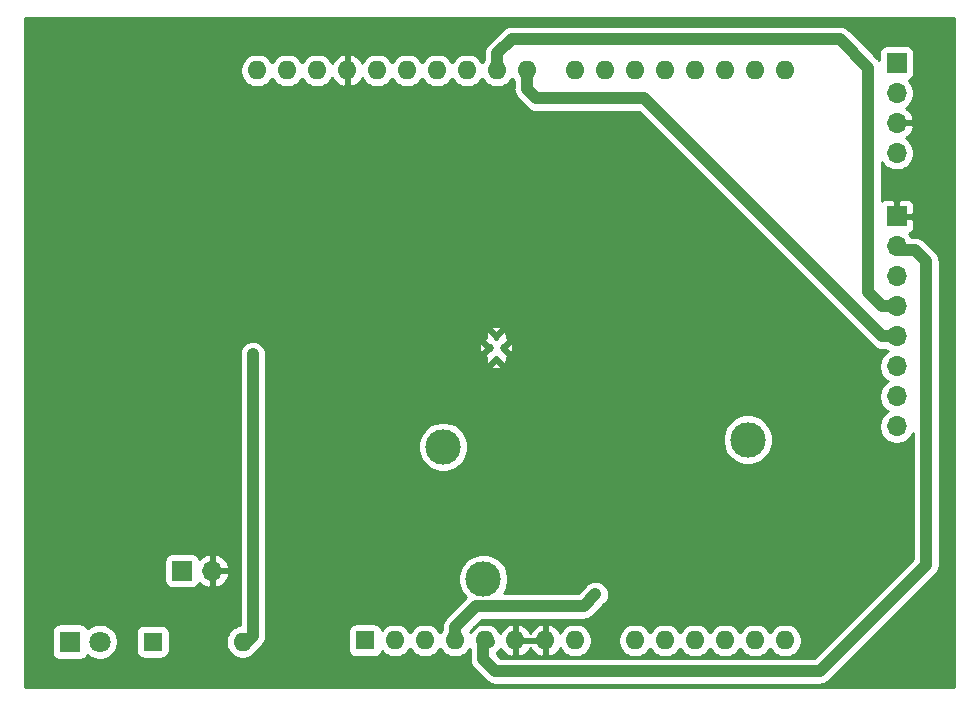
<source format=gbr>
G04 #@! TF.GenerationSoftware,KiCad,Pcbnew,(5.1.5)-3*
G04 #@! TF.CreationDate,2020-12-11T17:28:03+02:00*
G04 #@! TF.ProjectId,led_02,6c65645f-3032-42e6-9b69-6361645f7063,rev?*
G04 #@! TF.SameCoordinates,Original*
G04 #@! TF.FileFunction,Copper,L2,Bot*
G04 #@! TF.FilePolarity,Positive*
%FSLAX46Y46*%
G04 Gerber Fmt 4.6, Leading zero omitted, Abs format (unit mm)*
G04 Created by KiCad (PCBNEW (5.1.5)-3) date 2020-12-11 17:28:03*
%MOMM*%
%LPD*%
G04 APERTURE LIST*
%ADD10O,1.600000X1.600000*%
%ADD11R,1.600000X1.600000*%
%ADD12R,1.700000X1.700000*%
%ADD13O,1.700000X1.700000*%
%ADD14R,1.800000X1.800000*%
%ADD15C,1.800000*%
%ADD16C,0.500000*%
%ADD17C,3.000000*%
%ADD18C,0.800000*%
%ADD19C,1.000000*%
%ADD20C,0.254000*%
G04 APERTURE END LIST*
D10*
X27860000Y-14640000D03*
X30400000Y-14640000D03*
D11*
X37000000Y-62900000D03*
D10*
X67480000Y-14640000D03*
X39540000Y-62900000D03*
X64940000Y-14640000D03*
X42080000Y-62900000D03*
X62400000Y-14640000D03*
X44620000Y-62900000D03*
X59860000Y-14640000D03*
X47160000Y-62900000D03*
X57320000Y-14640000D03*
X49700000Y-62900000D03*
X54780000Y-14640000D03*
X52240000Y-62900000D03*
X50720000Y-14640000D03*
X54780000Y-62900000D03*
X48180000Y-14640000D03*
X59860000Y-62900000D03*
X45640000Y-14640000D03*
X62400000Y-62900000D03*
X43100000Y-14640000D03*
X64940000Y-62900000D03*
X40560000Y-14640000D03*
X67480000Y-62900000D03*
X38020000Y-14640000D03*
X70020000Y-62900000D03*
X35480000Y-14640000D03*
X72560000Y-62900000D03*
X32940000Y-14640000D03*
X72560000Y-14640000D03*
X70020000Y-14640000D03*
D12*
X21500000Y-57000000D03*
D13*
X24040000Y-57000000D03*
D12*
X82000000Y-14000000D03*
D13*
X82000000Y-16540000D03*
X82000000Y-19080000D03*
X82000000Y-21620000D03*
D12*
X82000000Y-27000000D03*
D13*
X82000000Y-29540000D03*
X82000000Y-32080000D03*
X82000000Y-34620000D03*
X82000000Y-37160000D03*
X82000000Y-39700000D03*
X82000000Y-42240000D03*
X82000000Y-44780000D03*
D11*
X19000000Y-63000000D03*
D10*
X26620000Y-63000000D03*
D14*
X12000000Y-63000000D03*
D15*
X14540000Y-63000000D03*
D16*
X48100000Y-37150000D03*
X48675000Y-38100000D03*
X47525000Y-38100000D03*
X48100000Y-39050000D03*
D17*
X69400000Y-45900000D03*
X47000000Y-57700000D03*
X43600000Y-46500000D03*
D18*
X56500000Y-59000000D03*
X52600000Y-43550000D03*
X27500000Y-38650000D03*
D19*
X44620000Y-61768630D02*
X46388630Y-60000000D01*
X44620000Y-62900000D02*
X44620000Y-61768630D01*
X46388630Y-60000000D02*
X55500000Y-60000000D01*
X55500000Y-60000000D02*
X56500000Y-59000000D01*
X56500000Y-59000000D02*
X56500000Y-59000000D01*
X47000000Y-63000000D02*
X47500000Y-63000000D01*
X47000000Y-64500000D02*
X47000000Y-63000000D01*
X48000000Y-65500000D02*
X47000000Y-64500000D01*
X83540000Y-29840000D02*
X84500000Y-30800000D01*
X75500000Y-65500000D02*
X48000000Y-65500000D01*
X83540000Y-29840000D02*
X82140000Y-29840000D01*
X82140000Y-29840000D02*
X82000000Y-29700000D01*
X84500000Y-55300000D02*
X84500000Y-56500000D01*
X84500000Y-56500000D02*
X75500000Y-65500000D01*
X84500000Y-55300000D02*
X84500000Y-55900000D01*
X84500000Y-30900000D02*
X84500000Y-55300000D01*
X80797919Y-37160000D02*
X60637919Y-17000000D01*
X82000000Y-37160000D02*
X80797919Y-37160000D01*
X60637919Y-17000000D02*
X51500000Y-17000000D01*
X51500000Y-17000000D02*
X50700000Y-16200000D01*
X50700000Y-16200000D02*
X50700000Y-14800000D01*
X80797919Y-34620000D02*
X80000000Y-33822081D01*
X82000000Y-34620000D02*
X80797919Y-34620000D01*
X80000000Y-33822081D02*
X80000000Y-33800000D01*
X80000000Y-33800000D02*
X79600000Y-33400000D01*
X79600000Y-33400000D02*
X79600000Y-14400000D01*
X79600000Y-14400000D02*
X77200000Y-12000000D01*
X77200000Y-12000000D02*
X49400000Y-12000000D01*
X49400000Y-12000000D02*
X48200000Y-13200000D01*
X48200000Y-13200000D02*
X48200000Y-14600000D01*
X27500000Y-38650000D02*
X27500000Y-62500000D01*
X27500000Y-62500000D02*
X27000000Y-63000000D01*
X27000000Y-63000000D02*
X26500000Y-63000000D01*
D20*
G36*
X86815001Y-66815000D02*
G01*
X8185000Y-66815000D01*
X8185000Y-62100000D01*
X10461928Y-62100000D01*
X10461928Y-63900000D01*
X10474188Y-64024482D01*
X10510498Y-64144180D01*
X10569463Y-64254494D01*
X10648815Y-64351185D01*
X10745506Y-64430537D01*
X10855820Y-64489502D01*
X10975518Y-64525812D01*
X11100000Y-64538072D01*
X12900000Y-64538072D01*
X13024482Y-64525812D01*
X13144180Y-64489502D01*
X13254494Y-64430537D01*
X13351185Y-64351185D01*
X13430537Y-64254494D01*
X13489502Y-64144180D01*
X13495056Y-64125873D01*
X13561495Y-64192312D01*
X13812905Y-64360299D01*
X14092257Y-64476011D01*
X14388816Y-64535000D01*
X14691184Y-64535000D01*
X14987743Y-64476011D01*
X15267095Y-64360299D01*
X15518505Y-64192312D01*
X15732312Y-63978505D01*
X15900299Y-63727095D01*
X16016011Y-63447743D01*
X16075000Y-63151184D01*
X16075000Y-62848816D01*
X16016011Y-62552257D01*
X15900299Y-62272905D01*
X15851586Y-62200000D01*
X17561928Y-62200000D01*
X17561928Y-63800000D01*
X17574188Y-63924482D01*
X17610498Y-64044180D01*
X17669463Y-64154494D01*
X17748815Y-64251185D01*
X17845506Y-64330537D01*
X17955820Y-64389502D01*
X18075518Y-64425812D01*
X18200000Y-64438072D01*
X19800000Y-64438072D01*
X19924482Y-64425812D01*
X20044180Y-64389502D01*
X20154494Y-64330537D01*
X20251185Y-64251185D01*
X20330537Y-64154494D01*
X20389502Y-64044180D01*
X20425812Y-63924482D01*
X20438072Y-63800000D01*
X20438072Y-62858665D01*
X25185000Y-62858665D01*
X25185000Y-63141335D01*
X25240147Y-63418574D01*
X25348320Y-63679727D01*
X25505363Y-63914759D01*
X25705241Y-64114637D01*
X25940273Y-64271680D01*
X26201426Y-64379853D01*
X26478665Y-64435000D01*
X26761335Y-64435000D01*
X27038574Y-64379853D01*
X27299727Y-64271680D01*
X27534759Y-64114637D01*
X27734637Y-63914759D01*
X27809453Y-63802788D01*
X27841996Y-63763135D01*
X28263135Y-63341996D01*
X28306449Y-63306449D01*
X28448284Y-63133623D01*
X28553676Y-62936447D01*
X28618577Y-62722499D01*
X28635000Y-62555752D01*
X28640491Y-62500000D01*
X28635000Y-62444248D01*
X28635000Y-62100000D01*
X35561928Y-62100000D01*
X35561928Y-63700000D01*
X35574188Y-63824482D01*
X35610498Y-63944180D01*
X35669463Y-64054494D01*
X35748815Y-64151185D01*
X35845506Y-64230537D01*
X35955820Y-64289502D01*
X36075518Y-64325812D01*
X36200000Y-64338072D01*
X37800000Y-64338072D01*
X37924482Y-64325812D01*
X38044180Y-64289502D01*
X38154494Y-64230537D01*
X38251185Y-64151185D01*
X38330537Y-64054494D01*
X38389502Y-63944180D01*
X38425812Y-63824482D01*
X38426643Y-63816039D01*
X38625241Y-64014637D01*
X38860273Y-64171680D01*
X39121426Y-64279853D01*
X39398665Y-64335000D01*
X39681335Y-64335000D01*
X39958574Y-64279853D01*
X40219727Y-64171680D01*
X40454759Y-64014637D01*
X40654637Y-63814759D01*
X40810000Y-63582241D01*
X40965363Y-63814759D01*
X41165241Y-64014637D01*
X41400273Y-64171680D01*
X41661426Y-64279853D01*
X41938665Y-64335000D01*
X42221335Y-64335000D01*
X42498574Y-64279853D01*
X42759727Y-64171680D01*
X42994759Y-64014637D01*
X43194637Y-63814759D01*
X43350000Y-63582241D01*
X43505363Y-63814759D01*
X43705241Y-64014637D01*
X43940273Y-64171680D01*
X44201426Y-64279853D01*
X44478665Y-64335000D01*
X44761335Y-64335000D01*
X45038574Y-64279853D01*
X45299727Y-64171680D01*
X45534759Y-64014637D01*
X45734637Y-63814759D01*
X45865000Y-63619657D01*
X45865000Y-64444249D01*
X45859509Y-64500000D01*
X45865000Y-64555751D01*
X45881423Y-64722498D01*
X45946324Y-64936446D01*
X46051716Y-65133623D01*
X46193551Y-65306449D01*
X46236864Y-65341995D01*
X47158013Y-66263145D01*
X47193551Y-66306449D01*
X47236854Y-66341987D01*
X47236856Y-66341989D01*
X47366377Y-66448284D01*
X47563553Y-66553676D01*
X47777501Y-66618577D01*
X48000000Y-66640491D01*
X48055752Y-66635000D01*
X75444249Y-66635000D01*
X75500000Y-66640491D01*
X75555751Y-66635000D01*
X75555752Y-66635000D01*
X75722499Y-66618577D01*
X75936447Y-66553676D01*
X76133623Y-66448284D01*
X76306449Y-66306449D01*
X76341996Y-66263135D01*
X85263141Y-57341991D01*
X85306449Y-57306449D01*
X85448284Y-57133623D01*
X85553676Y-56936447D01*
X85618577Y-56722499D01*
X85635000Y-56555752D01*
X85640491Y-56500001D01*
X85635000Y-56444249D01*
X85635000Y-30855751D01*
X85640491Y-30799999D01*
X85618577Y-30577501D01*
X85553676Y-30363553D01*
X85448283Y-30166377D01*
X85341988Y-30036856D01*
X84381996Y-29076864D01*
X84346449Y-29033551D01*
X84173623Y-28891716D01*
X83976447Y-28786324D01*
X83762499Y-28721423D01*
X83595752Y-28705000D01*
X83595751Y-28705000D01*
X83540000Y-28699509D01*
X83484249Y-28705000D01*
X83228065Y-28705000D01*
X83153475Y-28593368D01*
X83021620Y-28461513D01*
X83094180Y-28439502D01*
X83204494Y-28380537D01*
X83301185Y-28301185D01*
X83380537Y-28204494D01*
X83439502Y-28094180D01*
X83475812Y-27974482D01*
X83488072Y-27850000D01*
X83485000Y-27285750D01*
X83326250Y-27127000D01*
X82127000Y-27127000D01*
X82127000Y-27147000D01*
X81873000Y-27147000D01*
X81873000Y-27127000D01*
X81853000Y-27127000D01*
X81853000Y-26873000D01*
X81873000Y-26873000D01*
X81873000Y-25673750D01*
X82127000Y-25673750D01*
X82127000Y-26873000D01*
X83326250Y-26873000D01*
X83485000Y-26714250D01*
X83488072Y-26150000D01*
X83475812Y-26025518D01*
X83439502Y-25905820D01*
X83380537Y-25795506D01*
X83301185Y-25698815D01*
X83204494Y-25619463D01*
X83094180Y-25560498D01*
X82974482Y-25524188D01*
X82850000Y-25511928D01*
X82285750Y-25515000D01*
X82127000Y-25673750D01*
X81873000Y-25673750D01*
X81714250Y-25515000D01*
X81150000Y-25511928D01*
X81025518Y-25524188D01*
X80905820Y-25560498D01*
X80795506Y-25619463D01*
X80735000Y-25669119D01*
X80735000Y-22399723D01*
X80846525Y-22566632D01*
X81053368Y-22773475D01*
X81296589Y-22935990D01*
X81566842Y-23047932D01*
X81853740Y-23105000D01*
X82146260Y-23105000D01*
X82433158Y-23047932D01*
X82703411Y-22935990D01*
X82946632Y-22773475D01*
X83153475Y-22566632D01*
X83315990Y-22323411D01*
X83427932Y-22053158D01*
X83485000Y-21766260D01*
X83485000Y-21473740D01*
X83427932Y-21186842D01*
X83315990Y-20916589D01*
X83153475Y-20673368D01*
X82946632Y-20466525D01*
X82764466Y-20344805D01*
X82881355Y-20275178D01*
X83097588Y-20080269D01*
X83271641Y-19846920D01*
X83396825Y-19584099D01*
X83441476Y-19436890D01*
X83320155Y-19207000D01*
X82127000Y-19207000D01*
X82127000Y-19227000D01*
X81873000Y-19227000D01*
X81873000Y-19207000D01*
X81853000Y-19207000D01*
X81853000Y-18953000D01*
X81873000Y-18953000D01*
X81873000Y-18933000D01*
X82127000Y-18933000D01*
X82127000Y-18953000D01*
X83320155Y-18953000D01*
X83441476Y-18723110D01*
X83396825Y-18575901D01*
X83271641Y-18313080D01*
X83097588Y-18079731D01*
X82881355Y-17884822D01*
X82764466Y-17815195D01*
X82946632Y-17693475D01*
X83153475Y-17486632D01*
X83315990Y-17243411D01*
X83427932Y-16973158D01*
X83485000Y-16686260D01*
X83485000Y-16393740D01*
X83427932Y-16106842D01*
X83315990Y-15836589D01*
X83153475Y-15593368D01*
X83021620Y-15461513D01*
X83094180Y-15439502D01*
X83204494Y-15380537D01*
X83301185Y-15301185D01*
X83380537Y-15204494D01*
X83439502Y-15094180D01*
X83475812Y-14974482D01*
X83488072Y-14850000D01*
X83488072Y-13150000D01*
X83475812Y-13025518D01*
X83439502Y-12905820D01*
X83380537Y-12795506D01*
X83301185Y-12698815D01*
X83204494Y-12619463D01*
X83094180Y-12560498D01*
X82974482Y-12524188D01*
X82850000Y-12511928D01*
X81150000Y-12511928D01*
X81025518Y-12524188D01*
X80905820Y-12560498D01*
X80795506Y-12619463D01*
X80698815Y-12698815D01*
X80619463Y-12795506D01*
X80560498Y-12905820D01*
X80524188Y-13025518D01*
X80511928Y-13150000D01*
X80511928Y-13722077D01*
X80441989Y-13636856D01*
X80441987Y-13636854D01*
X80406449Y-13593551D01*
X80363146Y-13558013D01*
X78041996Y-11236864D01*
X78006449Y-11193551D01*
X77833623Y-11051716D01*
X77636447Y-10946324D01*
X77422499Y-10881423D01*
X77255752Y-10865000D01*
X77255751Y-10865000D01*
X77200000Y-10859509D01*
X77144249Y-10865000D01*
X49455741Y-10865000D01*
X49399999Y-10859510D01*
X49344257Y-10865000D01*
X49344248Y-10865000D01*
X49177501Y-10881423D01*
X48963553Y-10946324D01*
X48766377Y-11051716D01*
X48593551Y-11193551D01*
X48558008Y-11236860D01*
X47436865Y-12358004D01*
X47393551Y-12393551D01*
X47251716Y-12566377D01*
X47146544Y-12763143D01*
X47146324Y-12763554D01*
X47081423Y-12977502D01*
X47059509Y-13200000D01*
X47065000Y-13255751D01*
X47065000Y-13725784D01*
X46910000Y-13957759D01*
X46754637Y-13725241D01*
X46554759Y-13525363D01*
X46319727Y-13368320D01*
X46058574Y-13260147D01*
X45781335Y-13205000D01*
X45498665Y-13205000D01*
X45221426Y-13260147D01*
X44960273Y-13368320D01*
X44725241Y-13525363D01*
X44525363Y-13725241D01*
X44370000Y-13957759D01*
X44214637Y-13725241D01*
X44014759Y-13525363D01*
X43779727Y-13368320D01*
X43518574Y-13260147D01*
X43241335Y-13205000D01*
X42958665Y-13205000D01*
X42681426Y-13260147D01*
X42420273Y-13368320D01*
X42185241Y-13525363D01*
X41985363Y-13725241D01*
X41830000Y-13957759D01*
X41674637Y-13725241D01*
X41474759Y-13525363D01*
X41239727Y-13368320D01*
X40978574Y-13260147D01*
X40701335Y-13205000D01*
X40418665Y-13205000D01*
X40141426Y-13260147D01*
X39880273Y-13368320D01*
X39645241Y-13525363D01*
X39445363Y-13725241D01*
X39290000Y-13957759D01*
X39134637Y-13725241D01*
X38934759Y-13525363D01*
X38699727Y-13368320D01*
X38438574Y-13260147D01*
X38161335Y-13205000D01*
X37878665Y-13205000D01*
X37601426Y-13260147D01*
X37340273Y-13368320D01*
X37105241Y-13525363D01*
X36905363Y-13725241D01*
X36748320Y-13960273D01*
X36743933Y-13970865D01*
X36632385Y-13784869D01*
X36443414Y-13576481D01*
X36217420Y-13408963D01*
X35963087Y-13288754D01*
X35829039Y-13248096D01*
X35607000Y-13370085D01*
X35607000Y-14513000D01*
X35627000Y-14513000D01*
X35627000Y-14767000D01*
X35607000Y-14767000D01*
X35607000Y-15909915D01*
X35829039Y-16031904D01*
X35963087Y-15991246D01*
X36217420Y-15871037D01*
X36443414Y-15703519D01*
X36632385Y-15495131D01*
X36743933Y-15309135D01*
X36748320Y-15319727D01*
X36905363Y-15554759D01*
X37105241Y-15754637D01*
X37340273Y-15911680D01*
X37601426Y-16019853D01*
X37878665Y-16075000D01*
X38161335Y-16075000D01*
X38438574Y-16019853D01*
X38699727Y-15911680D01*
X38934759Y-15754637D01*
X39134637Y-15554759D01*
X39290000Y-15322241D01*
X39445363Y-15554759D01*
X39645241Y-15754637D01*
X39880273Y-15911680D01*
X40141426Y-16019853D01*
X40418665Y-16075000D01*
X40701335Y-16075000D01*
X40978574Y-16019853D01*
X41239727Y-15911680D01*
X41474759Y-15754637D01*
X41674637Y-15554759D01*
X41830000Y-15322241D01*
X41985363Y-15554759D01*
X42185241Y-15754637D01*
X42420273Y-15911680D01*
X42681426Y-16019853D01*
X42958665Y-16075000D01*
X43241335Y-16075000D01*
X43518574Y-16019853D01*
X43779727Y-15911680D01*
X44014759Y-15754637D01*
X44214637Y-15554759D01*
X44370000Y-15322241D01*
X44525363Y-15554759D01*
X44725241Y-15754637D01*
X44960273Y-15911680D01*
X45221426Y-16019853D01*
X45498665Y-16075000D01*
X45781335Y-16075000D01*
X46058574Y-16019853D01*
X46319727Y-15911680D01*
X46554759Y-15754637D01*
X46754637Y-15554759D01*
X46910000Y-15322241D01*
X47065363Y-15554759D01*
X47265241Y-15754637D01*
X47500273Y-15911680D01*
X47761426Y-16019853D01*
X48038665Y-16075000D01*
X48321335Y-16075000D01*
X48598574Y-16019853D01*
X48859727Y-15911680D01*
X49094759Y-15754637D01*
X49294637Y-15554759D01*
X49450000Y-15322241D01*
X49565000Y-15494351D01*
X49565000Y-16144249D01*
X49559509Y-16200000D01*
X49565000Y-16255751D01*
X49581423Y-16422498D01*
X49646324Y-16636446D01*
X49751716Y-16833623D01*
X49893551Y-17006449D01*
X49936864Y-17041995D01*
X50658008Y-17763140D01*
X50693551Y-17806449D01*
X50753917Y-17855990D01*
X50866377Y-17948284D01*
X51063553Y-18053676D01*
X51277501Y-18118577D01*
X51500000Y-18140491D01*
X51555752Y-18135000D01*
X60167788Y-18135000D01*
X79955928Y-37923141D01*
X79991470Y-37966449D01*
X80164296Y-38108284D01*
X80361472Y-38213676D01*
X80575420Y-38278577D01*
X80742167Y-38295000D01*
X80742176Y-38295000D01*
X80797918Y-38300490D01*
X80853660Y-38295000D01*
X81034893Y-38295000D01*
X81053368Y-38313475D01*
X81227760Y-38430000D01*
X81053368Y-38546525D01*
X80846525Y-38753368D01*
X80684010Y-38996589D01*
X80572068Y-39266842D01*
X80515000Y-39553740D01*
X80515000Y-39846260D01*
X80572068Y-40133158D01*
X80684010Y-40403411D01*
X80846525Y-40646632D01*
X81053368Y-40853475D01*
X81227760Y-40970000D01*
X81053368Y-41086525D01*
X80846525Y-41293368D01*
X80684010Y-41536589D01*
X80572068Y-41806842D01*
X80515000Y-42093740D01*
X80515000Y-42386260D01*
X80572068Y-42673158D01*
X80684010Y-42943411D01*
X80846525Y-43186632D01*
X81053368Y-43393475D01*
X81227760Y-43510000D01*
X81053368Y-43626525D01*
X80846525Y-43833368D01*
X80684010Y-44076589D01*
X80572068Y-44346842D01*
X80515000Y-44633740D01*
X80515000Y-44926260D01*
X80572068Y-45213158D01*
X80684010Y-45483411D01*
X80846525Y-45726632D01*
X81053368Y-45933475D01*
X81296589Y-46095990D01*
X81566842Y-46207932D01*
X81853740Y-46265000D01*
X82146260Y-46265000D01*
X82433158Y-46207932D01*
X82703411Y-46095990D01*
X82946632Y-45933475D01*
X83153475Y-45726632D01*
X83315990Y-45483411D01*
X83365001Y-45365088D01*
X83365001Y-55244239D01*
X83365000Y-55244249D01*
X83365000Y-56029868D01*
X75029869Y-64365000D01*
X48470132Y-64365000D01*
X48135000Y-64029868D01*
X48135000Y-63954396D01*
X48175387Y-63914009D01*
X48306449Y-63806449D01*
X48448284Y-63633623D01*
X48460753Y-63610295D01*
X48547615Y-63755131D01*
X48736586Y-63963519D01*
X48962580Y-64131037D01*
X49216913Y-64251246D01*
X49350961Y-64291904D01*
X49573000Y-64169915D01*
X49573000Y-63027000D01*
X49827000Y-63027000D01*
X49827000Y-64169915D01*
X50049039Y-64291904D01*
X50183087Y-64251246D01*
X50437420Y-64131037D01*
X50663414Y-63963519D01*
X50852385Y-63755131D01*
X50970000Y-63559018D01*
X51087615Y-63755131D01*
X51276586Y-63963519D01*
X51502580Y-64131037D01*
X51756913Y-64251246D01*
X51890961Y-64291904D01*
X52113000Y-64169915D01*
X52113000Y-63027000D01*
X49827000Y-63027000D01*
X49573000Y-63027000D01*
X49553000Y-63027000D01*
X49553000Y-62773000D01*
X49573000Y-62773000D01*
X49573000Y-61630085D01*
X49827000Y-61630085D01*
X49827000Y-62773000D01*
X52113000Y-62773000D01*
X52113000Y-61630085D01*
X52367000Y-61630085D01*
X52367000Y-62773000D01*
X52387000Y-62773000D01*
X52387000Y-63027000D01*
X52367000Y-63027000D01*
X52367000Y-64169915D01*
X52589039Y-64291904D01*
X52723087Y-64251246D01*
X52977420Y-64131037D01*
X53203414Y-63963519D01*
X53392385Y-63755131D01*
X53503933Y-63569135D01*
X53508320Y-63579727D01*
X53665363Y-63814759D01*
X53865241Y-64014637D01*
X54100273Y-64171680D01*
X54361426Y-64279853D01*
X54638665Y-64335000D01*
X54921335Y-64335000D01*
X55198574Y-64279853D01*
X55459727Y-64171680D01*
X55694759Y-64014637D01*
X55894637Y-63814759D01*
X56051680Y-63579727D01*
X56159853Y-63318574D01*
X56215000Y-63041335D01*
X56215000Y-62758665D01*
X58425000Y-62758665D01*
X58425000Y-63041335D01*
X58480147Y-63318574D01*
X58588320Y-63579727D01*
X58745363Y-63814759D01*
X58945241Y-64014637D01*
X59180273Y-64171680D01*
X59441426Y-64279853D01*
X59718665Y-64335000D01*
X60001335Y-64335000D01*
X60278574Y-64279853D01*
X60539727Y-64171680D01*
X60774759Y-64014637D01*
X60974637Y-63814759D01*
X61130000Y-63582241D01*
X61285363Y-63814759D01*
X61485241Y-64014637D01*
X61720273Y-64171680D01*
X61981426Y-64279853D01*
X62258665Y-64335000D01*
X62541335Y-64335000D01*
X62818574Y-64279853D01*
X63079727Y-64171680D01*
X63314759Y-64014637D01*
X63514637Y-63814759D01*
X63670000Y-63582241D01*
X63825363Y-63814759D01*
X64025241Y-64014637D01*
X64260273Y-64171680D01*
X64521426Y-64279853D01*
X64798665Y-64335000D01*
X65081335Y-64335000D01*
X65358574Y-64279853D01*
X65619727Y-64171680D01*
X65854759Y-64014637D01*
X66054637Y-63814759D01*
X66210000Y-63582241D01*
X66365363Y-63814759D01*
X66565241Y-64014637D01*
X66800273Y-64171680D01*
X67061426Y-64279853D01*
X67338665Y-64335000D01*
X67621335Y-64335000D01*
X67898574Y-64279853D01*
X68159727Y-64171680D01*
X68394759Y-64014637D01*
X68594637Y-63814759D01*
X68750000Y-63582241D01*
X68905363Y-63814759D01*
X69105241Y-64014637D01*
X69340273Y-64171680D01*
X69601426Y-64279853D01*
X69878665Y-64335000D01*
X70161335Y-64335000D01*
X70438574Y-64279853D01*
X70699727Y-64171680D01*
X70934759Y-64014637D01*
X71134637Y-63814759D01*
X71290000Y-63582241D01*
X71445363Y-63814759D01*
X71645241Y-64014637D01*
X71880273Y-64171680D01*
X72141426Y-64279853D01*
X72418665Y-64335000D01*
X72701335Y-64335000D01*
X72978574Y-64279853D01*
X73239727Y-64171680D01*
X73474759Y-64014637D01*
X73674637Y-63814759D01*
X73831680Y-63579727D01*
X73939853Y-63318574D01*
X73995000Y-63041335D01*
X73995000Y-62758665D01*
X73939853Y-62481426D01*
X73831680Y-62220273D01*
X73674637Y-61985241D01*
X73474759Y-61785363D01*
X73239727Y-61628320D01*
X72978574Y-61520147D01*
X72701335Y-61465000D01*
X72418665Y-61465000D01*
X72141426Y-61520147D01*
X71880273Y-61628320D01*
X71645241Y-61785363D01*
X71445363Y-61985241D01*
X71290000Y-62217759D01*
X71134637Y-61985241D01*
X70934759Y-61785363D01*
X70699727Y-61628320D01*
X70438574Y-61520147D01*
X70161335Y-61465000D01*
X69878665Y-61465000D01*
X69601426Y-61520147D01*
X69340273Y-61628320D01*
X69105241Y-61785363D01*
X68905363Y-61985241D01*
X68750000Y-62217759D01*
X68594637Y-61985241D01*
X68394759Y-61785363D01*
X68159727Y-61628320D01*
X67898574Y-61520147D01*
X67621335Y-61465000D01*
X67338665Y-61465000D01*
X67061426Y-61520147D01*
X66800273Y-61628320D01*
X66565241Y-61785363D01*
X66365363Y-61985241D01*
X66210000Y-62217759D01*
X66054637Y-61985241D01*
X65854759Y-61785363D01*
X65619727Y-61628320D01*
X65358574Y-61520147D01*
X65081335Y-61465000D01*
X64798665Y-61465000D01*
X64521426Y-61520147D01*
X64260273Y-61628320D01*
X64025241Y-61785363D01*
X63825363Y-61985241D01*
X63670000Y-62217759D01*
X63514637Y-61985241D01*
X63314759Y-61785363D01*
X63079727Y-61628320D01*
X62818574Y-61520147D01*
X62541335Y-61465000D01*
X62258665Y-61465000D01*
X61981426Y-61520147D01*
X61720273Y-61628320D01*
X61485241Y-61785363D01*
X61285363Y-61985241D01*
X61130000Y-62217759D01*
X60974637Y-61985241D01*
X60774759Y-61785363D01*
X60539727Y-61628320D01*
X60278574Y-61520147D01*
X60001335Y-61465000D01*
X59718665Y-61465000D01*
X59441426Y-61520147D01*
X59180273Y-61628320D01*
X58945241Y-61785363D01*
X58745363Y-61985241D01*
X58588320Y-62220273D01*
X58480147Y-62481426D01*
X58425000Y-62758665D01*
X56215000Y-62758665D01*
X56159853Y-62481426D01*
X56051680Y-62220273D01*
X55894637Y-61985241D01*
X55694759Y-61785363D01*
X55459727Y-61628320D01*
X55198574Y-61520147D01*
X54921335Y-61465000D01*
X54638665Y-61465000D01*
X54361426Y-61520147D01*
X54100273Y-61628320D01*
X53865241Y-61785363D01*
X53665363Y-61985241D01*
X53508320Y-62220273D01*
X53503933Y-62230865D01*
X53392385Y-62044869D01*
X53203414Y-61836481D01*
X52977420Y-61668963D01*
X52723087Y-61548754D01*
X52589039Y-61508096D01*
X52367000Y-61630085D01*
X52113000Y-61630085D01*
X51890961Y-61508096D01*
X51756913Y-61548754D01*
X51502580Y-61668963D01*
X51276586Y-61836481D01*
X51087615Y-62044869D01*
X50970000Y-62240982D01*
X50852385Y-62044869D01*
X50663414Y-61836481D01*
X50437420Y-61668963D01*
X50183087Y-61548754D01*
X50049039Y-61508096D01*
X49827000Y-61630085D01*
X49573000Y-61630085D01*
X49350961Y-61508096D01*
X49216913Y-61548754D01*
X48962580Y-61668963D01*
X48736586Y-61836481D01*
X48547615Y-62044869D01*
X48436067Y-62230865D01*
X48431680Y-62220273D01*
X48274637Y-61985241D01*
X48074759Y-61785363D01*
X47839727Y-61628320D01*
X47578574Y-61520147D01*
X47301335Y-61465000D01*
X47018665Y-61465000D01*
X46741426Y-61520147D01*
X46480273Y-61628320D01*
X46245241Y-61785363D01*
X46045363Y-61985241D01*
X45890000Y-62217759D01*
X45844339Y-62149422D01*
X46858763Y-61135000D01*
X55444249Y-61135000D01*
X55500000Y-61140491D01*
X55555751Y-61135000D01*
X55555752Y-61135000D01*
X55722499Y-61118577D01*
X55936447Y-61053676D01*
X56133623Y-60948284D01*
X56306449Y-60806449D01*
X56341995Y-60763136D01*
X57263145Y-59841987D01*
X57306449Y-59806449D01*
X57350353Y-59752953D01*
X57448284Y-59633623D01*
X57553676Y-59436447D01*
X57618577Y-59222499D01*
X57640491Y-59000000D01*
X57618577Y-58777501D01*
X57553676Y-58563553D01*
X57448284Y-58366377D01*
X57306449Y-58193551D01*
X57133623Y-58051716D01*
X56936447Y-57946324D01*
X56722499Y-57881423D01*
X56500000Y-57859509D01*
X56277501Y-57881423D01*
X56063553Y-57946324D01*
X55866377Y-58051716D01*
X55736856Y-58158011D01*
X55736854Y-58158013D01*
X55693551Y-58193551D01*
X55658013Y-58236855D01*
X55029868Y-58865000D01*
X48789314Y-58865000D01*
X48892012Y-58711302D01*
X49052953Y-58322756D01*
X49135000Y-57910279D01*
X49135000Y-57489721D01*
X49052953Y-57077244D01*
X48892012Y-56688698D01*
X48658363Y-56339017D01*
X48360983Y-56041637D01*
X48011302Y-55807988D01*
X47622756Y-55647047D01*
X47210279Y-55565000D01*
X46789721Y-55565000D01*
X46377244Y-55647047D01*
X45988698Y-55807988D01*
X45639017Y-56041637D01*
X45341637Y-56339017D01*
X45107988Y-56688698D01*
X44947047Y-57077244D01*
X44865000Y-57489721D01*
X44865000Y-57910279D01*
X44947047Y-58322756D01*
X45107988Y-58711302D01*
X45341637Y-59060983D01*
X45532076Y-59251422D01*
X43856860Y-60926639D01*
X43813552Y-60962181D01*
X43671717Y-61135007D01*
X43566324Y-61332183D01*
X43501423Y-61546131D01*
X43494133Y-61620147D01*
X43479509Y-61768630D01*
X43485000Y-61824381D01*
X43485000Y-62015716D01*
X43350000Y-62217759D01*
X43194637Y-61985241D01*
X42994759Y-61785363D01*
X42759727Y-61628320D01*
X42498574Y-61520147D01*
X42221335Y-61465000D01*
X41938665Y-61465000D01*
X41661426Y-61520147D01*
X41400273Y-61628320D01*
X41165241Y-61785363D01*
X40965363Y-61985241D01*
X40810000Y-62217759D01*
X40654637Y-61985241D01*
X40454759Y-61785363D01*
X40219727Y-61628320D01*
X39958574Y-61520147D01*
X39681335Y-61465000D01*
X39398665Y-61465000D01*
X39121426Y-61520147D01*
X38860273Y-61628320D01*
X38625241Y-61785363D01*
X38426643Y-61983961D01*
X38425812Y-61975518D01*
X38389502Y-61855820D01*
X38330537Y-61745506D01*
X38251185Y-61648815D01*
X38154494Y-61569463D01*
X38044180Y-61510498D01*
X37924482Y-61474188D01*
X37800000Y-61461928D01*
X36200000Y-61461928D01*
X36075518Y-61474188D01*
X35955820Y-61510498D01*
X35845506Y-61569463D01*
X35748815Y-61648815D01*
X35669463Y-61745506D01*
X35610498Y-61855820D01*
X35574188Y-61975518D01*
X35561928Y-62100000D01*
X28635000Y-62100000D01*
X28635000Y-46289721D01*
X41465000Y-46289721D01*
X41465000Y-46710279D01*
X41547047Y-47122756D01*
X41707988Y-47511302D01*
X41941637Y-47860983D01*
X42239017Y-48158363D01*
X42588698Y-48392012D01*
X42977244Y-48552953D01*
X43389721Y-48635000D01*
X43810279Y-48635000D01*
X44222756Y-48552953D01*
X44611302Y-48392012D01*
X44960983Y-48158363D01*
X45258363Y-47860983D01*
X45492012Y-47511302D01*
X45652953Y-47122756D01*
X45735000Y-46710279D01*
X45735000Y-46289721D01*
X45652953Y-45877244D01*
X45575279Y-45689721D01*
X67265000Y-45689721D01*
X67265000Y-46110279D01*
X67347047Y-46522756D01*
X67507988Y-46911302D01*
X67741637Y-47260983D01*
X68039017Y-47558363D01*
X68388698Y-47792012D01*
X68777244Y-47952953D01*
X69189721Y-48035000D01*
X69610279Y-48035000D01*
X70022756Y-47952953D01*
X70411302Y-47792012D01*
X70760983Y-47558363D01*
X71058363Y-47260983D01*
X71292012Y-46911302D01*
X71452953Y-46522756D01*
X71535000Y-46110279D01*
X71535000Y-45689721D01*
X71452953Y-45277244D01*
X71292012Y-44888698D01*
X71058363Y-44539017D01*
X70760983Y-44241637D01*
X70411302Y-44007988D01*
X70022756Y-43847047D01*
X69610279Y-43765000D01*
X69189721Y-43765000D01*
X68777244Y-43847047D01*
X68388698Y-44007988D01*
X68039017Y-44241637D01*
X67741637Y-44539017D01*
X67507988Y-44888698D01*
X67347047Y-45277244D01*
X67265000Y-45689721D01*
X45575279Y-45689721D01*
X45492012Y-45488698D01*
X45258363Y-45139017D01*
X44960983Y-44841637D01*
X44611302Y-44607988D01*
X44222756Y-44447047D01*
X43810279Y-44365000D01*
X43389721Y-44365000D01*
X42977244Y-44447047D01*
X42588698Y-44607988D01*
X42239017Y-44841637D01*
X41941637Y-45139017D01*
X41707988Y-45488698D01*
X41547047Y-45877244D01*
X41465000Y-46289721D01*
X28635000Y-46289721D01*
X28635000Y-39646164D01*
X47677784Y-39646164D01*
X47681826Y-39834827D01*
X47842974Y-39901328D01*
X48013998Y-39935113D01*
X48188328Y-39934884D01*
X48359264Y-39900649D01*
X48518174Y-39834827D01*
X48522216Y-39646164D01*
X48100000Y-39223948D01*
X47677784Y-39646164D01*
X28635000Y-39646164D01*
X28635000Y-38594248D01*
X28618577Y-38427501D01*
X28553676Y-38213553D01*
X28448284Y-38016377D01*
X28446332Y-38013998D01*
X46639887Y-38013998D01*
X46640116Y-38188328D01*
X46674351Y-38359264D01*
X46740173Y-38518174D01*
X46928836Y-38522216D01*
X47351052Y-38100000D01*
X46928836Y-37677784D01*
X46740173Y-37681826D01*
X46673672Y-37842974D01*
X46639887Y-38013998D01*
X28446332Y-38013998D01*
X28306449Y-37843551D01*
X28133623Y-37701716D01*
X27936446Y-37596324D01*
X27722498Y-37531423D01*
X27500000Y-37509509D01*
X27277501Y-37531423D01*
X27063553Y-37596324D01*
X26866377Y-37701716D01*
X26693551Y-37843551D01*
X26551716Y-38016377D01*
X26446324Y-38213554D01*
X26381423Y-38427502D01*
X26365000Y-38594249D01*
X26365001Y-61587609D01*
X26201426Y-61620147D01*
X25940273Y-61728320D01*
X25705241Y-61885363D01*
X25505363Y-62085241D01*
X25348320Y-62320273D01*
X25240147Y-62581426D01*
X25185000Y-62858665D01*
X20438072Y-62858665D01*
X20438072Y-62200000D01*
X20425812Y-62075518D01*
X20389502Y-61955820D01*
X20330537Y-61845506D01*
X20251185Y-61748815D01*
X20154494Y-61669463D01*
X20044180Y-61610498D01*
X19924482Y-61574188D01*
X19800000Y-61561928D01*
X18200000Y-61561928D01*
X18075518Y-61574188D01*
X17955820Y-61610498D01*
X17845506Y-61669463D01*
X17748815Y-61748815D01*
X17669463Y-61845506D01*
X17610498Y-61955820D01*
X17574188Y-62075518D01*
X17561928Y-62200000D01*
X15851586Y-62200000D01*
X15732312Y-62021495D01*
X15518505Y-61807688D01*
X15267095Y-61639701D01*
X14987743Y-61523989D01*
X14691184Y-61465000D01*
X14388816Y-61465000D01*
X14092257Y-61523989D01*
X13812905Y-61639701D01*
X13561495Y-61807688D01*
X13495056Y-61874127D01*
X13489502Y-61855820D01*
X13430537Y-61745506D01*
X13351185Y-61648815D01*
X13254494Y-61569463D01*
X13144180Y-61510498D01*
X13024482Y-61474188D01*
X12900000Y-61461928D01*
X11100000Y-61461928D01*
X10975518Y-61474188D01*
X10855820Y-61510498D01*
X10745506Y-61569463D01*
X10648815Y-61648815D01*
X10569463Y-61745506D01*
X10510498Y-61855820D01*
X10474188Y-61975518D01*
X10461928Y-62100000D01*
X8185000Y-62100000D01*
X8185000Y-56150000D01*
X20011928Y-56150000D01*
X20011928Y-57850000D01*
X20024188Y-57974482D01*
X20060498Y-58094180D01*
X20119463Y-58204494D01*
X20198815Y-58301185D01*
X20295506Y-58380537D01*
X20405820Y-58439502D01*
X20525518Y-58475812D01*
X20650000Y-58488072D01*
X22350000Y-58488072D01*
X22474482Y-58475812D01*
X22594180Y-58439502D01*
X22704494Y-58380537D01*
X22801185Y-58301185D01*
X22880537Y-58204494D01*
X22939502Y-58094180D01*
X22963966Y-58013534D01*
X23039731Y-58097588D01*
X23273080Y-58271641D01*
X23535901Y-58396825D01*
X23683110Y-58441476D01*
X23913000Y-58320155D01*
X23913000Y-57127000D01*
X24167000Y-57127000D01*
X24167000Y-58320155D01*
X24396890Y-58441476D01*
X24544099Y-58396825D01*
X24806920Y-58271641D01*
X25040269Y-58097588D01*
X25235178Y-57881355D01*
X25384157Y-57631252D01*
X25481481Y-57356891D01*
X25360814Y-57127000D01*
X24167000Y-57127000D01*
X23913000Y-57127000D01*
X23893000Y-57127000D01*
X23893000Y-56873000D01*
X23913000Y-56873000D01*
X23913000Y-55679845D01*
X24167000Y-55679845D01*
X24167000Y-56873000D01*
X25360814Y-56873000D01*
X25481481Y-56643109D01*
X25384157Y-56368748D01*
X25235178Y-56118645D01*
X25040269Y-55902412D01*
X24806920Y-55728359D01*
X24544099Y-55603175D01*
X24396890Y-55558524D01*
X24167000Y-55679845D01*
X23913000Y-55679845D01*
X23683110Y-55558524D01*
X23535901Y-55603175D01*
X23273080Y-55728359D01*
X23039731Y-55902412D01*
X22963966Y-55986466D01*
X22939502Y-55905820D01*
X22880537Y-55795506D01*
X22801185Y-55698815D01*
X22704494Y-55619463D01*
X22594180Y-55560498D01*
X22474482Y-55524188D01*
X22350000Y-55511928D01*
X20650000Y-55511928D01*
X20525518Y-55524188D01*
X20405820Y-55560498D01*
X20295506Y-55619463D01*
X20198815Y-55698815D01*
X20119463Y-55795506D01*
X20060498Y-55905820D01*
X20024188Y-56025518D01*
X20011928Y-56150000D01*
X8185000Y-56150000D01*
X8185000Y-37503836D01*
X47102784Y-37503836D01*
X47525000Y-37926052D01*
X47541971Y-37909081D01*
X47715919Y-38083029D01*
X47698948Y-38100000D01*
X47715919Y-38116971D01*
X47541971Y-38290919D01*
X47525000Y-38273948D01*
X47102784Y-38696164D01*
X47106826Y-38884827D01*
X47221203Y-38932027D01*
X47214887Y-38963998D01*
X47215116Y-39138328D01*
X47249351Y-39309264D01*
X47315173Y-39468174D01*
X47503836Y-39472216D01*
X47926052Y-39050000D01*
X47909081Y-39033029D01*
X48083029Y-38859081D01*
X48100000Y-38876052D01*
X48116971Y-38859081D01*
X48290919Y-39033029D01*
X48273948Y-39050000D01*
X48696164Y-39472216D01*
X48884827Y-39468174D01*
X48951328Y-39307026D01*
X48985113Y-39136002D01*
X48984884Y-38961672D01*
X48978968Y-38932132D01*
X49093174Y-38884827D01*
X49097216Y-38696164D01*
X48675000Y-38273948D01*
X48658029Y-38290919D01*
X48484081Y-38116971D01*
X48501052Y-38100000D01*
X48848948Y-38100000D01*
X49271164Y-38522216D01*
X49459827Y-38518174D01*
X49526328Y-38357026D01*
X49560113Y-38186002D01*
X49559884Y-38011672D01*
X49525649Y-37840736D01*
X49459827Y-37681826D01*
X49271164Y-37677784D01*
X48848948Y-38100000D01*
X48501052Y-38100000D01*
X48484081Y-38083029D01*
X48658029Y-37909081D01*
X48675000Y-37926052D01*
X49097216Y-37503836D01*
X49093174Y-37315173D01*
X48978797Y-37267973D01*
X48985113Y-37236002D01*
X48984884Y-37061672D01*
X48950649Y-36890736D01*
X48884827Y-36731826D01*
X48696164Y-36727784D01*
X48273948Y-37150000D01*
X48290919Y-37166971D01*
X48116971Y-37340919D01*
X48100000Y-37323948D01*
X48083029Y-37340919D01*
X47909081Y-37166971D01*
X47926052Y-37150000D01*
X47503836Y-36727784D01*
X47315173Y-36731826D01*
X47248672Y-36892974D01*
X47214887Y-37063998D01*
X47215116Y-37238328D01*
X47221032Y-37267868D01*
X47106826Y-37315173D01*
X47102784Y-37503836D01*
X8185000Y-37503836D01*
X8185000Y-36553836D01*
X47677784Y-36553836D01*
X48100000Y-36976052D01*
X48522216Y-36553836D01*
X48518174Y-36365173D01*
X48357026Y-36298672D01*
X48186002Y-36264887D01*
X48011672Y-36265116D01*
X47840736Y-36299351D01*
X47681826Y-36365173D01*
X47677784Y-36553836D01*
X8185000Y-36553836D01*
X8185000Y-14498665D01*
X26425000Y-14498665D01*
X26425000Y-14781335D01*
X26480147Y-15058574D01*
X26588320Y-15319727D01*
X26745363Y-15554759D01*
X26945241Y-15754637D01*
X27180273Y-15911680D01*
X27441426Y-16019853D01*
X27718665Y-16075000D01*
X28001335Y-16075000D01*
X28278574Y-16019853D01*
X28539727Y-15911680D01*
X28774759Y-15754637D01*
X28974637Y-15554759D01*
X29130000Y-15322241D01*
X29285363Y-15554759D01*
X29485241Y-15754637D01*
X29720273Y-15911680D01*
X29981426Y-16019853D01*
X30258665Y-16075000D01*
X30541335Y-16075000D01*
X30818574Y-16019853D01*
X31079727Y-15911680D01*
X31314759Y-15754637D01*
X31514637Y-15554759D01*
X31670000Y-15322241D01*
X31825363Y-15554759D01*
X32025241Y-15754637D01*
X32260273Y-15911680D01*
X32521426Y-16019853D01*
X32798665Y-16075000D01*
X33081335Y-16075000D01*
X33358574Y-16019853D01*
X33619727Y-15911680D01*
X33854759Y-15754637D01*
X34054637Y-15554759D01*
X34211680Y-15319727D01*
X34216067Y-15309135D01*
X34327615Y-15495131D01*
X34516586Y-15703519D01*
X34742580Y-15871037D01*
X34996913Y-15991246D01*
X35130961Y-16031904D01*
X35353000Y-15909915D01*
X35353000Y-14767000D01*
X35333000Y-14767000D01*
X35333000Y-14513000D01*
X35353000Y-14513000D01*
X35353000Y-13370085D01*
X35130961Y-13248096D01*
X34996913Y-13288754D01*
X34742580Y-13408963D01*
X34516586Y-13576481D01*
X34327615Y-13784869D01*
X34216067Y-13970865D01*
X34211680Y-13960273D01*
X34054637Y-13725241D01*
X33854759Y-13525363D01*
X33619727Y-13368320D01*
X33358574Y-13260147D01*
X33081335Y-13205000D01*
X32798665Y-13205000D01*
X32521426Y-13260147D01*
X32260273Y-13368320D01*
X32025241Y-13525363D01*
X31825363Y-13725241D01*
X31670000Y-13957759D01*
X31514637Y-13725241D01*
X31314759Y-13525363D01*
X31079727Y-13368320D01*
X30818574Y-13260147D01*
X30541335Y-13205000D01*
X30258665Y-13205000D01*
X29981426Y-13260147D01*
X29720273Y-13368320D01*
X29485241Y-13525363D01*
X29285363Y-13725241D01*
X29130000Y-13957759D01*
X28974637Y-13725241D01*
X28774759Y-13525363D01*
X28539727Y-13368320D01*
X28278574Y-13260147D01*
X28001335Y-13205000D01*
X27718665Y-13205000D01*
X27441426Y-13260147D01*
X27180273Y-13368320D01*
X26945241Y-13525363D01*
X26745363Y-13725241D01*
X26588320Y-13960273D01*
X26480147Y-14221426D01*
X26425000Y-14498665D01*
X8185000Y-14498665D01*
X8185000Y-10185000D01*
X86815000Y-10185000D01*
X86815001Y-66815000D01*
G37*
X86815001Y-66815000D02*
X8185000Y-66815000D01*
X8185000Y-62100000D01*
X10461928Y-62100000D01*
X10461928Y-63900000D01*
X10474188Y-64024482D01*
X10510498Y-64144180D01*
X10569463Y-64254494D01*
X10648815Y-64351185D01*
X10745506Y-64430537D01*
X10855820Y-64489502D01*
X10975518Y-64525812D01*
X11100000Y-64538072D01*
X12900000Y-64538072D01*
X13024482Y-64525812D01*
X13144180Y-64489502D01*
X13254494Y-64430537D01*
X13351185Y-64351185D01*
X13430537Y-64254494D01*
X13489502Y-64144180D01*
X13495056Y-64125873D01*
X13561495Y-64192312D01*
X13812905Y-64360299D01*
X14092257Y-64476011D01*
X14388816Y-64535000D01*
X14691184Y-64535000D01*
X14987743Y-64476011D01*
X15267095Y-64360299D01*
X15518505Y-64192312D01*
X15732312Y-63978505D01*
X15900299Y-63727095D01*
X16016011Y-63447743D01*
X16075000Y-63151184D01*
X16075000Y-62848816D01*
X16016011Y-62552257D01*
X15900299Y-62272905D01*
X15851586Y-62200000D01*
X17561928Y-62200000D01*
X17561928Y-63800000D01*
X17574188Y-63924482D01*
X17610498Y-64044180D01*
X17669463Y-64154494D01*
X17748815Y-64251185D01*
X17845506Y-64330537D01*
X17955820Y-64389502D01*
X18075518Y-64425812D01*
X18200000Y-64438072D01*
X19800000Y-64438072D01*
X19924482Y-64425812D01*
X20044180Y-64389502D01*
X20154494Y-64330537D01*
X20251185Y-64251185D01*
X20330537Y-64154494D01*
X20389502Y-64044180D01*
X20425812Y-63924482D01*
X20438072Y-63800000D01*
X20438072Y-62858665D01*
X25185000Y-62858665D01*
X25185000Y-63141335D01*
X25240147Y-63418574D01*
X25348320Y-63679727D01*
X25505363Y-63914759D01*
X25705241Y-64114637D01*
X25940273Y-64271680D01*
X26201426Y-64379853D01*
X26478665Y-64435000D01*
X26761335Y-64435000D01*
X27038574Y-64379853D01*
X27299727Y-64271680D01*
X27534759Y-64114637D01*
X27734637Y-63914759D01*
X27809453Y-63802788D01*
X27841996Y-63763135D01*
X28263135Y-63341996D01*
X28306449Y-63306449D01*
X28448284Y-63133623D01*
X28553676Y-62936447D01*
X28618577Y-62722499D01*
X28635000Y-62555752D01*
X28640491Y-62500000D01*
X28635000Y-62444248D01*
X28635000Y-62100000D01*
X35561928Y-62100000D01*
X35561928Y-63700000D01*
X35574188Y-63824482D01*
X35610498Y-63944180D01*
X35669463Y-64054494D01*
X35748815Y-64151185D01*
X35845506Y-64230537D01*
X35955820Y-64289502D01*
X36075518Y-64325812D01*
X36200000Y-64338072D01*
X37800000Y-64338072D01*
X37924482Y-64325812D01*
X38044180Y-64289502D01*
X38154494Y-64230537D01*
X38251185Y-64151185D01*
X38330537Y-64054494D01*
X38389502Y-63944180D01*
X38425812Y-63824482D01*
X38426643Y-63816039D01*
X38625241Y-64014637D01*
X38860273Y-64171680D01*
X39121426Y-64279853D01*
X39398665Y-64335000D01*
X39681335Y-64335000D01*
X39958574Y-64279853D01*
X40219727Y-64171680D01*
X40454759Y-64014637D01*
X40654637Y-63814759D01*
X40810000Y-63582241D01*
X40965363Y-63814759D01*
X41165241Y-64014637D01*
X41400273Y-64171680D01*
X41661426Y-64279853D01*
X41938665Y-64335000D01*
X42221335Y-64335000D01*
X42498574Y-64279853D01*
X42759727Y-64171680D01*
X42994759Y-64014637D01*
X43194637Y-63814759D01*
X43350000Y-63582241D01*
X43505363Y-63814759D01*
X43705241Y-64014637D01*
X43940273Y-64171680D01*
X44201426Y-64279853D01*
X44478665Y-64335000D01*
X44761335Y-64335000D01*
X45038574Y-64279853D01*
X45299727Y-64171680D01*
X45534759Y-64014637D01*
X45734637Y-63814759D01*
X45865000Y-63619657D01*
X45865000Y-64444249D01*
X45859509Y-64500000D01*
X45865000Y-64555751D01*
X45881423Y-64722498D01*
X45946324Y-64936446D01*
X46051716Y-65133623D01*
X46193551Y-65306449D01*
X46236864Y-65341995D01*
X47158013Y-66263145D01*
X47193551Y-66306449D01*
X47236854Y-66341987D01*
X47236856Y-66341989D01*
X47366377Y-66448284D01*
X47563553Y-66553676D01*
X47777501Y-66618577D01*
X48000000Y-66640491D01*
X48055752Y-66635000D01*
X75444249Y-66635000D01*
X75500000Y-66640491D01*
X75555751Y-66635000D01*
X75555752Y-66635000D01*
X75722499Y-66618577D01*
X75936447Y-66553676D01*
X76133623Y-66448284D01*
X76306449Y-66306449D01*
X76341996Y-66263135D01*
X85263141Y-57341991D01*
X85306449Y-57306449D01*
X85448284Y-57133623D01*
X85553676Y-56936447D01*
X85618577Y-56722499D01*
X85635000Y-56555752D01*
X85640491Y-56500001D01*
X85635000Y-56444249D01*
X85635000Y-30855751D01*
X85640491Y-30799999D01*
X85618577Y-30577501D01*
X85553676Y-30363553D01*
X85448283Y-30166377D01*
X85341988Y-30036856D01*
X84381996Y-29076864D01*
X84346449Y-29033551D01*
X84173623Y-28891716D01*
X83976447Y-28786324D01*
X83762499Y-28721423D01*
X83595752Y-28705000D01*
X83595751Y-28705000D01*
X83540000Y-28699509D01*
X83484249Y-28705000D01*
X83228065Y-28705000D01*
X83153475Y-28593368D01*
X83021620Y-28461513D01*
X83094180Y-28439502D01*
X83204494Y-28380537D01*
X83301185Y-28301185D01*
X83380537Y-28204494D01*
X83439502Y-28094180D01*
X83475812Y-27974482D01*
X83488072Y-27850000D01*
X83485000Y-27285750D01*
X83326250Y-27127000D01*
X82127000Y-27127000D01*
X82127000Y-27147000D01*
X81873000Y-27147000D01*
X81873000Y-27127000D01*
X81853000Y-27127000D01*
X81853000Y-26873000D01*
X81873000Y-26873000D01*
X81873000Y-25673750D01*
X82127000Y-25673750D01*
X82127000Y-26873000D01*
X83326250Y-26873000D01*
X83485000Y-26714250D01*
X83488072Y-26150000D01*
X83475812Y-26025518D01*
X83439502Y-25905820D01*
X83380537Y-25795506D01*
X83301185Y-25698815D01*
X83204494Y-25619463D01*
X83094180Y-25560498D01*
X82974482Y-25524188D01*
X82850000Y-25511928D01*
X82285750Y-25515000D01*
X82127000Y-25673750D01*
X81873000Y-25673750D01*
X81714250Y-25515000D01*
X81150000Y-25511928D01*
X81025518Y-25524188D01*
X80905820Y-25560498D01*
X80795506Y-25619463D01*
X80735000Y-25669119D01*
X80735000Y-22399723D01*
X80846525Y-22566632D01*
X81053368Y-22773475D01*
X81296589Y-22935990D01*
X81566842Y-23047932D01*
X81853740Y-23105000D01*
X82146260Y-23105000D01*
X82433158Y-23047932D01*
X82703411Y-22935990D01*
X82946632Y-22773475D01*
X83153475Y-22566632D01*
X83315990Y-22323411D01*
X83427932Y-22053158D01*
X83485000Y-21766260D01*
X83485000Y-21473740D01*
X83427932Y-21186842D01*
X83315990Y-20916589D01*
X83153475Y-20673368D01*
X82946632Y-20466525D01*
X82764466Y-20344805D01*
X82881355Y-20275178D01*
X83097588Y-20080269D01*
X83271641Y-19846920D01*
X83396825Y-19584099D01*
X83441476Y-19436890D01*
X83320155Y-19207000D01*
X82127000Y-19207000D01*
X82127000Y-19227000D01*
X81873000Y-19227000D01*
X81873000Y-19207000D01*
X81853000Y-19207000D01*
X81853000Y-18953000D01*
X81873000Y-18953000D01*
X81873000Y-18933000D01*
X82127000Y-18933000D01*
X82127000Y-18953000D01*
X83320155Y-18953000D01*
X83441476Y-18723110D01*
X83396825Y-18575901D01*
X83271641Y-18313080D01*
X83097588Y-18079731D01*
X82881355Y-17884822D01*
X82764466Y-17815195D01*
X82946632Y-17693475D01*
X83153475Y-17486632D01*
X83315990Y-17243411D01*
X83427932Y-16973158D01*
X83485000Y-16686260D01*
X83485000Y-16393740D01*
X83427932Y-16106842D01*
X83315990Y-15836589D01*
X83153475Y-15593368D01*
X83021620Y-15461513D01*
X83094180Y-15439502D01*
X83204494Y-15380537D01*
X83301185Y-15301185D01*
X83380537Y-15204494D01*
X83439502Y-15094180D01*
X83475812Y-14974482D01*
X83488072Y-14850000D01*
X83488072Y-13150000D01*
X83475812Y-13025518D01*
X83439502Y-12905820D01*
X83380537Y-12795506D01*
X83301185Y-12698815D01*
X83204494Y-12619463D01*
X83094180Y-12560498D01*
X82974482Y-12524188D01*
X82850000Y-12511928D01*
X81150000Y-12511928D01*
X81025518Y-12524188D01*
X80905820Y-12560498D01*
X80795506Y-12619463D01*
X80698815Y-12698815D01*
X80619463Y-12795506D01*
X80560498Y-12905820D01*
X80524188Y-13025518D01*
X80511928Y-13150000D01*
X80511928Y-13722077D01*
X80441989Y-13636856D01*
X80441987Y-13636854D01*
X80406449Y-13593551D01*
X80363146Y-13558013D01*
X78041996Y-11236864D01*
X78006449Y-11193551D01*
X77833623Y-11051716D01*
X77636447Y-10946324D01*
X77422499Y-10881423D01*
X77255752Y-10865000D01*
X77255751Y-10865000D01*
X77200000Y-10859509D01*
X77144249Y-10865000D01*
X49455741Y-10865000D01*
X49399999Y-10859510D01*
X49344257Y-10865000D01*
X49344248Y-10865000D01*
X49177501Y-10881423D01*
X48963553Y-10946324D01*
X48766377Y-11051716D01*
X48593551Y-11193551D01*
X48558008Y-11236860D01*
X47436865Y-12358004D01*
X47393551Y-12393551D01*
X47251716Y-12566377D01*
X47146544Y-12763143D01*
X47146324Y-12763554D01*
X47081423Y-12977502D01*
X47059509Y-13200000D01*
X47065000Y-13255751D01*
X47065000Y-13725784D01*
X46910000Y-13957759D01*
X46754637Y-13725241D01*
X46554759Y-13525363D01*
X46319727Y-13368320D01*
X46058574Y-13260147D01*
X45781335Y-13205000D01*
X45498665Y-13205000D01*
X45221426Y-13260147D01*
X44960273Y-13368320D01*
X44725241Y-13525363D01*
X44525363Y-13725241D01*
X44370000Y-13957759D01*
X44214637Y-13725241D01*
X44014759Y-13525363D01*
X43779727Y-13368320D01*
X43518574Y-13260147D01*
X43241335Y-13205000D01*
X42958665Y-13205000D01*
X42681426Y-13260147D01*
X42420273Y-13368320D01*
X42185241Y-13525363D01*
X41985363Y-13725241D01*
X41830000Y-13957759D01*
X41674637Y-13725241D01*
X41474759Y-13525363D01*
X41239727Y-13368320D01*
X40978574Y-13260147D01*
X40701335Y-13205000D01*
X40418665Y-13205000D01*
X40141426Y-13260147D01*
X39880273Y-13368320D01*
X39645241Y-13525363D01*
X39445363Y-13725241D01*
X39290000Y-13957759D01*
X39134637Y-13725241D01*
X38934759Y-13525363D01*
X38699727Y-13368320D01*
X38438574Y-13260147D01*
X38161335Y-13205000D01*
X37878665Y-13205000D01*
X37601426Y-13260147D01*
X37340273Y-13368320D01*
X37105241Y-13525363D01*
X36905363Y-13725241D01*
X36748320Y-13960273D01*
X36743933Y-13970865D01*
X36632385Y-13784869D01*
X36443414Y-13576481D01*
X36217420Y-13408963D01*
X35963087Y-13288754D01*
X35829039Y-13248096D01*
X35607000Y-13370085D01*
X35607000Y-14513000D01*
X35627000Y-14513000D01*
X35627000Y-14767000D01*
X35607000Y-14767000D01*
X35607000Y-15909915D01*
X35829039Y-16031904D01*
X35963087Y-15991246D01*
X36217420Y-15871037D01*
X36443414Y-15703519D01*
X36632385Y-15495131D01*
X36743933Y-15309135D01*
X36748320Y-15319727D01*
X36905363Y-15554759D01*
X37105241Y-15754637D01*
X37340273Y-15911680D01*
X37601426Y-16019853D01*
X37878665Y-16075000D01*
X38161335Y-16075000D01*
X38438574Y-16019853D01*
X38699727Y-15911680D01*
X38934759Y-15754637D01*
X39134637Y-15554759D01*
X39290000Y-15322241D01*
X39445363Y-15554759D01*
X39645241Y-15754637D01*
X39880273Y-15911680D01*
X40141426Y-16019853D01*
X40418665Y-16075000D01*
X40701335Y-16075000D01*
X40978574Y-16019853D01*
X41239727Y-15911680D01*
X41474759Y-15754637D01*
X41674637Y-15554759D01*
X41830000Y-15322241D01*
X41985363Y-15554759D01*
X42185241Y-15754637D01*
X42420273Y-15911680D01*
X42681426Y-16019853D01*
X42958665Y-16075000D01*
X43241335Y-16075000D01*
X43518574Y-16019853D01*
X43779727Y-15911680D01*
X44014759Y-15754637D01*
X44214637Y-15554759D01*
X44370000Y-15322241D01*
X44525363Y-15554759D01*
X44725241Y-15754637D01*
X44960273Y-15911680D01*
X45221426Y-16019853D01*
X45498665Y-16075000D01*
X45781335Y-16075000D01*
X46058574Y-16019853D01*
X46319727Y-15911680D01*
X46554759Y-15754637D01*
X46754637Y-15554759D01*
X46910000Y-15322241D01*
X47065363Y-15554759D01*
X47265241Y-15754637D01*
X47500273Y-15911680D01*
X47761426Y-16019853D01*
X48038665Y-16075000D01*
X48321335Y-16075000D01*
X48598574Y-16019853D01*
X48859727Y-15911680D01*
X49094759Y-15754637D01*
X49294637Y-15554759D01*
X49450000Y-15322241D01*
X49565000Y-15494351D01*
X49565000Y-16144249D01*
X49559509Y-16200000D01*
X49565000Y-16255751D01*
X49581423Y-16422498D01*
X49646324Y-16636446D01*
X49751716Y-16833623D01*
X49893551Y-17006449D01*
X49936864Y-17041995D01*
X50658008Y-17763140D01*
X50693551Y-17806449D01*
X50753917Y-17855990D01*
X50866377Y-17948284D01*
X51063553Y-18053676D01*
X51277501Y-18118577D01*
X51500000Y-18140491D01*
X51555752Y-18135000D01*
X60167788Y-18135000D01*
X79955928Y-37923141D01*
X79991470Y-37966449D01*
X80164296Y-38108284D01*
X80361472Y-38213676D01*
X80575420Y-38278577D01*
X80742167Y-38295000D01*
X80742176Y-38295000D01*
X80797918Y-38300490D01*
X80853660Y-38295000D01*
X81034893Y-38295000D01*
X81053368Y-38313475D01*
X81227760Y-38430000D01*
X81053368Y-38546525D01*
X80846525Y-38753368D01*
X80684010Y-38996589D01*
X80572068Y-39266842D01*
X80515000Y-39553740D01*
X80515000Y-39846260D01*
X80572068Y-40133158D01*
X80684010Y-40403411D01*
X80846525Y-40646632D01*
X81053368Y-40853475D01*
X81227760Y-40970000D01*
X81053368Y-41086525D01*
X80846525Y-41293368D01*
X80684010Y-41536589D01*
X80572068Y-41806842D01*
X80515000Y-42093740D01*
X80515000Y-42386260D01*
X80572068Y-42673158D01*
X80684010Y-42943411D01*
X80846525Y-43186632D01*
X81053368Y-43393475D01*
X81227760Y-43510000D01*
X81053368Y-43626525D01*
X80846525Y-43833368D01*
X80684010Y-44076589D01*
X80572068Y-44346842D01*
X80515000Y-44633740D01*
X80515000Y-44926260D01*
X80572068Y-45213158D01*
X80684010Y-45483411D01*
X80846525Y-45726632D01*
X81053368Y-45933475D01*
X81296589Y-46095990D01*
X81566842Y-46207932D01*
X81853740Y-46265000D01*
X82146260Y-46265000D01*
X82433158Y-46207932D01*
X82703411Y-46095990D01*
X82946632Y-45933475D01*
X83153475Y-45726632D01*
X83315990Y-45483411D01*
X83365001Y-45365088D01*
X83365001Y-55244239D01*
X83365000Y-55244249D01*
X83365000Y-56029868D01*
X75029869Y-64365000D01*
X48470132Y-64365000D01*
X48135000Y-64029868D01*
X48135000Y-63954396D01*
X48175387Y-63914009D01*
X48306449Y-63806449D01*
X48448284Y-63633623D01*
X48460753Y-63610295D01*
X48547615Y-63755131D01*
X48736586Y-63963519D01*
X48962580Y-64131037D01*
X49216913Y-64251246D01*
X49350961Y-64291904D01*
X49573000Y-64169915D01*
X49573000Y-63027000D01*
X49827000Y-63027000D01*
X49827000Y-64169915D01*
X50049039Y-64291904D01*
X50183087Y-64251246D01*
X50437420Y-64131037D01*
X50663414Y-63963519D01*
X50852385Y-63755131D01*
X50970000Y-63559018D01*
X51087615Y-63755131D01*
X51276586Y-63963519D01*
X51502580Y-64131037D01*
X51756913Y-64251246D01*
X51890961Y-64291904D01*
X52113000Y-64169915D01*
X52113000Y-63027000D01*
X49827000Y-63027000D01*
X49573000Y-63027000D01*
X49553000Y-63027000D01*
X49553000Y-62773000D01*
X49573000Y-62773000D01*
X49573000Y-61630085D01*
X49827000Y-61630085D01*
X49827000Y-62773000D01*
X52113000Y-62773000D01*
X52113000Y-61630085D01*
X52367000Y-61630085D01*
X52367000Y-62773000D01*
X52387000Y-62773000D01*
X52387000Y-63027000D01*
X52367000Y-63027000D01*
X52367000Y-64169915D01*
X52589039Y-64291904D01*
X52723087Y-64251246D01*
X52977420Y-64131037D01*
X53203414Y-63963519D01*
X53392385Y-63755131D01*
X53503933Y-63569135D01*
X53508320Y-63579727D01*
X53665363Y-63814759D01*
X53865241Y-64014637D01*
X54100273Y-64171680D01*
X54361426Y-64279853D01*
X54638665Y-64335000D01*
X54921335Y-64335000D01*
X55198574Y-64279853D01*
X55459727Y-64171680D01*
X55694759Y-64014637D01*
X55894637Y-63814759D01*
X56051680Y-63579727D01*
X56159853Y-63318574D01*
X56215000Y-63041335D01*
X56215000Y-62758665D01*
X58425000Y-62758665D01*
X58425000Y-63041335D01*
X58480147Y-63318574D01*
X58588320Y-63579727D01*
X58745363Y-63814759D01*
X58945241Y-64014637D01*
X59180273Y-64171680D01*
X59441426Y-64279853D01*
X59718665Y-64335000D01*
X60001335Y-64335000D01*
X60278574Y-64279853D01*
X60539727Y-64171680D01*
X60774759Y-64014637D01*
X60974637Y-63814759D01*
X61130000Y-63582241D01*
X61285363Y-63814759D01*
X61485241Y-64014637D01*
X61720273Y-64171680D01*
X61981426Y-64279853D01*
X62258665Y-64335000D01*
X62541335Y-64335000D01*
X62818574Y-64279853D01*
X63079727Y-64171680D01*
X63314759Y-64014637D01*
X63514637Y-63814759D01*
X63670000Y-63582241D01*
X63825363Y-63814759D01*
X64025241Y-64014637D01*
X64260273Y-64171680D01*
X64521426Y-64279853D01*
X64798665Y-64335000D01*
X65081335Y-64335000D01*
X65358574Y-64279853D01*
X65619727Y-64171680D01*
X65854759Y-64014637D01*
X66054637Y-63814759D01*
X66210000Y-63582241D01*
X66365363Y-63814759D01*
X66565241Y-64014637D01*
X66800273Y-64171680D01*
X67061426Y-64279853D01*
X67338665Y-64335000D01*
X67621335Y-64335000D01*
X67898574Y-64279853D01*
X68159727Y-64171680D01*
X68394759Y-64014637D01*
X68594637Y-63814759D01*
X68750000Y-63582241D01*
X68905363Y-63814759D01*
X69105241Y-64014637D01*
X69340273Y-64171680D01*
X69601426Y-64279853D01*
X69878665Y-64335000D01*
X70161335Y-64335000D01*
X70438574Y-64279853D01*
X70699727Y-64171680D01*
X70934759Y-64014637D01*
X71134637Y-63814759D01*
X71290000Y-63582241D01*
X71445363Y-63814759D01*
X71645241Y-64014637D01*
X71880273Y-64171680D01*
X72141426Y-64279853D01*
X72418665Y-64335000D01*
X72701335Y-64335000D01*
X72978574Y-64279853D01*
X73239727Y-64171680D01*
X73474759Y-64014637D01*
X73674637Y-63814759D01*
X73831680Y-63579727D01*
X73939853Y-63318574D01*
X73995000Y-63041335D01*
X73995000Y-62758665D01*
X73939853Y-62481426D01*
X73831680Y-62220273D01*
X73674637Y-61985241D01*
X73474759Y-61785363D01*
X73239727Y-61628320D01*
X72978574Y-61520147D01*
X72701335Y-61465000D01*
X72418665Y-61465000D01*
X72141426Y-61520147D01*
X71880273Y-61628320D01*
X71645241Y-61785363D01*
X71445363Y-61985241D01*
X71290000Y-62217759D01*
X71134637Y-61985241D01*
X70934759Y-61785363D01*
X70699727Y-61628320D01*
X70438574Y-61520147D01*
X70161335Y-61465000D01*
X69878665Y-61465000D01*
X69601426Y-61520147D01*
X69340273Y-61628320D01*
X69105241Y-61785363D01*
X68905363Y-61985241D01*
X68750000Y-62217759D01*
X68594637Y-61985241D01*
X68394759Y-61785363D01*
X68159727Y-61628320D01*
X67898574Y-61520147D01*
X67621335Y-61465000D01*
X67338665Y-61465000D01*
X67061426Y-61520147D01*
X66800273Y-61628320D01*
X66565241Y-61785363D01*
X66365363Y-61985241D01*
X66210000Y-62217759D01*
X66054637Y-61985241D01*
X65854759Y-61785363D01*
X65619727Y-61628320D01*
X65358574Y-61520147D01*
X65081335Y-61465000D01*
X64798665Y-61465000D01*
X64521426Y-61520147D01*
X64260273Y-61628320D01*
X64025241Y-61785363D01*
X63825363Y-61985241D01*
X63670000Y-62217759D01*
X63514637Y-61985241D01*
X63314759Y-61785363D01*
X63079727Y-61628320D01*
X62818574Y-61520147D01*
X62541335Y-61465000D01*
X62258665Y-61465000D01*
X61981426Y-61520147D01*
X61720273Y-61628320D01*
X61485241Y-61785363D01*
X61285363Y-61985241D01*
X61130000Y-62217759D01*
X60974637Y-61985241D01*
X60774759Y-61785363D01*
X60539727Y-61628320D01*
X60278574Y-61520147D01*
X60001335Y-61465000D01*
X59718665Y-61465000D01*
X59441426Y-61520147D01*
X59180273Y-61628320D01*
X58945241Y-61785363D01*
X58745363Y-61985241D01*
X58588320Y-62220273D01*
X58480147Y-62481426D01*
X58425000Y-62758665D01*
X56215000Y-62758665D01*
X56159853Y-62481426D01*
X56051680Y-62220273D01*
X55894637Y-61985241D01*
X55694759Y-61785363D01*
X55459727Y-61628320D01*
X55198574Y-61520147D01*
X54921335Y-61465000D01*
X54638665Y-61465000D01*
X54361426Y-61520147D01*
X54100273Y-61628320D01*
X53865241Y-61785363D01*
X53665363Y-61985241D01*
X53508320Y-62220273D01*
X53503933Y-62230865D01*
X53392385Y-62044869D01*
X53203414Y-61836481D01*
X52977420Y-61668963D01*
X52723087Y-61548754D01*
X52589039Y-61508096D01*
X52367000Y-61630085D01*
X52113000Y-61630085D01*
X51890961Y-61508096D01*
X51756913Y-61548754D01*
X51502580Y-61668963D01*
X51276586Y-61836481D01*
X51087615Y-62044869D01*
X50970000Y-62240982D01*
X50852385Y-62044869D01*
X50663414Y-61836481D01*
X50437420Y-61668963D01*
X50183087Y-61548754D01*
X50049039Y-61508096D01*
X49827000Y-61630085D01*
X49573000Y-61630085D01*
X49350961Y-61508096D01*
X49216913Y-61548754D01*
X48962580Y-61668963D01*
X48736586Y-61836481D01*
X48547615Y-62044869D01*
X48436067Y-62230865D01*
X48431680Y-62220273D01*
X48274637Y-61985241D01*
X48074759Y-61785363D01*
X47839727Y-61628320D01*
X47578574Y-61520147D01*
X47301335Y-61465000D01*
X47018665Y-61465000D01*
X46741426Y-61520147D01*
X46480273Y-61628320D01*
X46245241Y-61785363D01*
X46045363Y-61985241D01*
X45890000Y-62217759D01*
X45844339Y-62149422D01*
X46858763Y-61135000D01*
X55444249Y-61135000D01*
X55500000Y-61140491D01*
X55555751Y-61135000D01*
X55555752Y-61135000D01*
X55722499Y-61118577D01*
X55936447Y-61053676D01*
X56133623Y-60948284D01*
X56306449Y-60806449D01*
X56341995Y-60763136D01*
X57263145Y-59841987D01*
X57306449Y-59806449D01*
X57350353Y-59752953D01*
X57448284Y-59633623D01*
X57553676Y-59436447D01*
X57618577Y-59222499D01*
X57640491Y-59000000D01*
X57618577Y-58777501D01*
X57553676Y-58563553D01*
X57448284Y-58366377D01*
X57306449Y-58193551D01*
X57133623Y-58051716D01*
X56936447Y-57946324D01*
X56722499Y-57881423D01*
X56500000Y-57859509D01*
X56277501Y-57881423D01*
X56063553Y-57946324D01*
X55866377Y-58051716D01*
X55736856Y-58158011D01*
X55736854Y-58158013D01*
X55693551Y-58193551D01*
X55658013Y-58236855D01*
X55029868Y-58865000D01*
X48789314Y-58865000D01*
X48892012Y-58711302D01*
X49052953Y-58322756D01*
X49135000Y-57910279D01*
X49135000Y-57489721D01*
X49052953Y-57077244D01*
X48892012Y-56688698D01*
X48658363Y-56339017D01*
X48360983Y-56041637D01*
X48011302Y-55807988D01*
X47622756Y-55647047D01*
X47210279Y-55565000D01*
X46789721Y-55565000D01*
X46377244Y-55647047D01*
X45988698Y-55807988D01*
X45639017Y-56041637D01*
X45341637Y-56339017D01*
X45107988Y-56688698D01*
X44947047Y-57077244D01*
X44865000Y-57489721D01*
X44865000Y-57910279D01*
X44947047Y-58322756D01*
X45107988Y-58711302D01*
X45341637Y-59060983D01*
X45532076Y-59251422D01*
X43856860Y-60926639D01*
X43813552Y-60962181D01*
X43671717Y-61135007D01*
X43566324Y-61332183D01*
X43501423Y-61546131D01*
X43494133Y-61620147D01*
X43479509Y-61768630D01*
X43485000Y-61824381D01*
X43485000Y-62015716D01*
X43350000Y-62217759D01*
X43194637Y-61985241D01*
X42994759Y-61785363D01*
X42759727Y-61628320D01*
X42498574Y-61520147D01*
X42221335Y-61465000D01*
X41938665Y-61465000D01*
X41661426Y-61520147D01*
X41400273Y-61628320D01*
X41165241Y-61785363D01*
X40965363Y-61985241D01*
X40810000Y-62217759D01*
X40654637Y-61985241D01*
X40454759Y-61785363D01*
X40219727Y-61628320D01*
X39958574Y-61520147D01*
X39681335Y-61465000D01*
X39398665Y-61465000D01*
X39121426Y-61520147D01*
X38860273Y-61628320D01*
X38625241Y-61785363D01*
X38426643Y-61983961D01*
X38425812Y-61975518D01*
X38389502Y-61855820D01*
X38330537Y-61745506D01*
X38251185Y-61648815D01*
X38154494Y-61569463D01*
X38044180Y-61510498D01*
X37924482Y-61474188D01*
X37800000Y-61461928D01*
X36200000Y-61461928D01*
X36075518Y-61474188D01*
X35955820Y-61510498D01*
X35845506Y-61569463D01*
X35748815Y-61648815D01*
X35669463Y-61745506D01*
X35610498Y-61855820D01*
X35574188Y-61975518D01*
X35561928Y-62100000D01*
X28635000Y-62100000D01*
X28635000Y-46289721D01*
X41465000Y-46289721D01*
X41465000Y-46710279D01*
X41547047Y-47122756D01*
X41707988Y-47511302D01*
X41941637Y-47860983D01*
X42239017Y-48158363D01*
X42588698Y-48392012D01*
X42977244Y-48552953D01*
X43389721Y-48635000D01*
X43810279Y-48635000D01*
X44222756Y-48552953D01*
X44611302Y-48392012D01*
X44960983Y-48158363D01*
X45258363Y-47860983D01*
X45492012Y-47511302D01*
X45652953Y-47122756D01*
X45735000Y-46710279D01*
X45735000Y-46289721D01*
X45652953Y-45877244D01*
X45575279Y-45689721D01*
X67265000Y-45689721D01*
X67265000Y-46110279D01*
X67347047Y-46522756D01*
X67507988Y-46911302D01*
X67741637Y-47260983D01*
X68039017Y-47558363D01*
X68388698Y-47792012D01*
X68777244Y-47952953D01*
X69189721Y-48035000D01*
X69610279Y-48035000D01*
X70022756Y-47952953D01*
X70411302Y-47792012D01*
X70760983Y-47558363D01*
X71058363Y-47260983D01*
X71292012Y-46911302D01*
X71452953Y-46522756D01*
X71535000Y-46110279D01*
X71535000Y-45689721D01*
X71452953Y-45277244D01*
X71292012Y-44888698D01*
X71058363Y-44539017D01*
X70760983Y-44241637D01*
X70411302Y-44007988D01*
X70022756Y-43847047D01*
X69610279Y-43765000D01*
X69189721Y-43765000D01*
X68777244Y-43847047D01*
X68388698Y-44007988D01*
X68039017Y-44241637D01*
X67741637Y-44539017D01*
X67507988Y-44888698D01*
X67347047Y-45277244D01*
X67265000Y-45689721D01*
X45575279Y-45689721D01*
X45492012Y-45488698D01*
X45258363Y-45139017D01*
X44960983Y-44841637D01*
X44611302Y-44607988D01*
X44222756Y-44447047D01*
X43810279Y-44365000D01*
X43389721Y-44365000D01*
X42977244Y-44447047D01*
X42588698Y-44607988D01*
X42239017Y-44841637D01*
X41941637Y-45139017D01*
X41707988Y-45488698D01*
X41547047Y-45877244D01*
X41465000Y-46289721D01*
X28635000Y-46289721D01*
X28635000Y-39646164D01*
X47677784Y-39646164D01*
X47681826Y-39834827D01*
X47842974Y-39901328D01*
X48013998Y-39935113D01*
X48188328Y-39934884D01*
X48359264Y-39900649D01*
X48518174Y-39834827D01*
X48522216Y-39646164D01*
X48100000Y-39223948D01*
X47677784Y-39646164D01*
X28635000Y-39646164D01*
X28635000Y-38594248D01*
X28618577Y-38427501D01*
X28553676Y-38213553D01*
X28448284Y-38016377D01*
X28446332Y-38013998D01*
X46639887Y-38013998D01*
X46640116Y-38188328D01*
X46674351Y-38359264D01*
X46740173Y-38518174D01*
X46928836Y-38522216D01*
X47351052Y-38100000D01*
X46928836Y-37677784D01*
X46740173Y-37681826D01*
X46673672Y-37842974D01*
X46639887Y-38013998D01*
X28446332Y-38013998D01*
X28306449Y-37843551D01*
X28133623Y-37701716D01*
X27936446Y-37596324D01*
X27722498Y-37531423D01*
X27500000Y-37509509D01*
X27277501Y-37531423D01*
X27063553Y-37596324D01*
X26866377Y-37701716D01*
X26693551Y-37843551D01*
X26551716Y-38016377D01*
X26446324Y-38213554D01*
X26381423Y-38427502D01*
X26365000Y-38594249D01*
X26365001Y-61587609D01*
X26201426Y-61620147D01*
X25940273Y-61728320D01*
X25705241Y-61885363D01*
X25505363Y-62085241D01*
X25348320Y-62320273D01*
X25240147Y-62581426D01*
X25185000Y-62858665D01*
X20438072Y-62858665D01*
X20438072Y-62200000D01*
X20425812Y-62075518D01*
X20389502Y-61955820D01*
X20330537Y-61845506D01*
X20251185Y-61748815D01*
X20154494Y-61669463D01*
X20044180Y-61610498D01*
X19924482Y-61574188D01*
X19800000Y-61561928D01*
X18200000Y-61561928D01*
X18075518Y-61574188D01*
X17955820Y-61610498D01*
X17845506Y-61669463D01*
X17748815Y-61748815D01*
X17669463Y-61845506D01*
X17610498Y-61955820D01*
X17574188Y-62075518D01*
X17561928Y-62200000D01*
X15851586Y-62200000D01*
X15732312Y-62021495D01*
X15518505Y-61807688D01*
X15267095Y-61639701D01*
X14987743Y-61523989D01*
X14691184Y-61465000D01*
X14388816Y-61465000D01*
X14092257Y-61523989D01*
X13812905Y-61639701D01*
X13561495Y-61807688D01*
X13495056Y-61874127D01*
X13489502Y-61855820D01*
X13430537Y-61745506D01*
X13351185Y-61648815D01*
X13254494Y-61569463D01*
X13144180Y-61510498D01*
X13024482Y-61474188D01*
X12900000Y-61461928D01*
X11100000Y-61461928D01*
X10975518Y-61474188D01*
X10855820Y-61510498D01*
X10745506Y-61569463D01*
X10648815Y-61648815D01*
X10569463Y-61745506D01*
X10510498Y-61855820D01*
X10474188Y-61975518D01*
X10461928Y-62100000D01*
X8185000Y-62100000D01*
X8185000Y-56150000D01*
X20011928Y-56150000D01*
X20011928Y-57850000D01*
X20024188Y-57974482D01*
X20060498Y-58094180D01*
X20119463Y-58204494D01*
X20198815Y-58301185D01*
X20295506Y-58380537D01*
X20405820Y-58439502D01*
X20525518Y-58475812D01*
X20650000Y-58488072D01*
X22350000Y-58488072D01*
X22474482Y-58475812D01*
X22594180Y-58439502D01*
X22704494Y-58380537D01*
X22801185Y-58301185D01*
X22880537Y-58204494D01*
X22939502Y-58094180D01*
X22963966Y-58013534D01*
X23039731Y-58097588D01*
X23273080Y-58271641D01*
X23535901Y-58396825D01*
X23683110Y-58441476D01*
X23913000Y-58320155D01*
X23913000Y-57127000D01*
X24167000Y-57127000D01*
X24167000Y-58320155D01*
X24396890Y-58441476D01*
X24544099Y-58396825D01*
X24806920Y-58271641D01*
X25040269Y-58097588D01*
X25235178Y-57881355D01*
X25384157Y-57631252D01*
X25481481Y-57356891D01*
X25360814Y-57127000D01*
X24167000Y-57127000D01*
X23913000Y-57127000D01*
X23893000Y-57127000D01*
X23893000Y-56873000D01*
X23913000Y-56873000D01*
X23913000Y-55679845D01*
X24167000Y-55679845D01*
X24167000Y-56873000D01*
X25360814Y-56873000D01*
X25481481Y-56643109D01*
X25384157Y-56368748D01*
X25235178Y-56118645D01*
X25040269Y-55902412D01*
X24806920Y-55728359D01*
X24544099Y-55603175D01*
X24396890Y-55558524D01*
X24167000Y-55679845D01*
X23913000Y-55679845D01*
X23683110Y-55558524D01*
X23535901Y-55603175D01*
X23273080Y-55728359D01*
X23039731Y-55902412D01*
X22963966Y-55986466D01*
X22939502Y-55905820D01*
X22880537Y-55795506D01*
X22801185Y-55698815D01*
X22704494Y-55619463D01*
X22594180Y-55560498D01*
X22474482Y-55524188D01*
X22350000Y-55511928D01*
X20650000Y-55511928D01*
X20525518Y-55524188D01*
X20405820Y-55560498D01*
X20295506Y-55619463D01*
X20198815Y-55698815D01*
X20119463Y-55795506D01*
X20060498Y-55905820D01*
X20024188Y-56025518D01*
X20011928Y-56150000D01*
X8185000Y-56150000D01*
X8185000Y-37503836D01*
X47102784Y-37503836D01*
X47525000Y-37926052D01*
X47541971Y-37909081D01*
X47715919Y-38083029D01*
X47698948Y-38100000D01*
X47715919Y-38116971D01*
X47541971Y-38290919D01*
X47525000Y-38273948D01*
X47102784Y-38696164D01*
X47106826Y-38884827D01*
X47221203Y-38932027D01*
X47214887Y-38963998D01*
X47215116Y-39138328D01*
X47249351Y-39309264D01*
X47315173Y-39468174D01*
X47503836Y-39472216D01*
X47926052Y-39050000D01*
X47909081Y-39033029D01*
X48083029Y-38859081D01*
X48100000Y-38876052D01*
X48116971Y-38859081D01*
X48290919Y-39033029D01*
X48273948Y-39050000D01*
X48696164Y-39472216D01*
X48884827Y-39468174D01*
X48951328Y-39307026D01*
X48985113Y-39136002D01*
X48984884Y-38961672D01*
X48978968Y-38932132D01*
X49093174Y-38884827D01*
X49097216Y-38696164D01*
X48675000Y-38273948D01*
X48658029Y-38290919D01*
X48484081Y-38116971D01*
X48501052Y-38100000D01*
X48848948Y-38100000D01*
X49271164Y-38522216D01*
X49459827Y-38518174D01*
X49526328Y-38357026D01*
X49560113Y-38186002D01*
X49559884Y-38011672D01*
X49525649Y-37840736D01*
X49459827Y-37681826D01*
X49271164Y-37677784D01*
X48848948Y-38100000D01*
X48501052Y-38100000D01*
X48484081Y-38083029D01*
X48658029Y-37909081D01*
X48675000Y-37926052D01*
X49097216Y-37503836D01*
X49093174Y-37315173D01*
X48978797Y-37267973D01*
X48985113Y-37236002D01*
X48984884Y-37061672D01*
X48950649Y-36890736D01*
X48884827Y-36731826D01*
X48696164Y-36727784D01*
X48273948Y-37150000D01*
X48290919Y-37166971D01*
X48116971Y-37340919D01*
X48100000Y-37323948D01*
X48083029Y-37340919D01*
X47909081Y-37166971D01*
X47926052Y-37150000D01*
X47503836Y-36727784D01*
X47315173Y-36731826D01*
X47248672Y-36892974D01*
X47214887Y-37063998D01*
X47215116Y-37238328D01*
X47221032Y-37267868D01*
X47106826Y-37315173D01*
X47102784Y-37503836D01*
X8185000Y-37503836D01*
X8185000Y-36553836D01*
X47677784Y-36553836D01*
X48100000Y-36976052D01*
X48522216Y-36553836D01*
X48518174Y-36365173D01*
X48357026Y-36298672D01*
X48186002Y-36264887D01*
X48011672Y-36265116D01*
X47840736Y-36299351D01*
X47681826Y-36365173D01*
X47677784Y-36553836D01*
X8185000Y-36553836D01*
X8185000Y-14498665D01*
X26425000Y-14498665D01*
X26425000Y-14781335D01*
X26480147Y-15058574D01*
X26588320Y-15319727D01*
X26745363Y-15554759D01*
X26945241Y-15754637D01*
X27180273Y-15911680D01*
X27441426Y-16019853D01*
X27718665Y-16075000D01*
X28001335Y-16075000D01*
X28278574Y-16019853D01*
X28539727Y-15911680D01*
X28774759Y-15754637D01*
X28974637Y-15554759D01*
X29130000Y-15322241D01*
X29285363Y-15554759D01*
X29485241Y-15754637D01*
X29720273Y-15911680D01*
X29981426Y-16019853D01*
X30258665Y-16075000D01*
X30541335Y-16075000D01*
X30818574Y-16019853D01*
X31079727Y-15911680D01*
X31314759Y-15754637D01*
X31514637Y-15554759D01*
X31670000Y-15322241D01*
X31825363Y-15554759D01*
X32025241Y-15754637D01*
X32260273Y-15911680D01*
X32521426Y-16019853D01*
X32798665Y-16075000D01*
X33081335Y-16075000D01*
X33358574Y-16019853D01*
X33619727Y-15911680D01*
X33854759Y-15754637D01*
X34054637Y-15554759D01*
X34211680Y-15319727D01*
X34216067Y-15309135D01*
X34327615Y-15495131D01*
X34516586Y-15703519D01*
X34742580Y-15871037D01*
X34996913Y-15991246D01*
X35130961Y-16031904D01*
X35353000Y-15909915D01*
X35353000Y-14767000D01*
X35333000Y-14767000D01*
X35333000Y-14513000D01*
X35353000Y-14513000D01*
X35353000Y-13370085D01*
X35130961Y-13248096D01*
X34996913Y-13288754D01*
X34742580Y-13408963D01*
X34516586Y-13576481D01*
X34327615Y-13784869D01*
X34216067Y-13970865D01*
X34211680Y-13960273D01*
X34054637Y-13725241D01*
X33854759Y-13525363D01*
X33619727Y-13368320D01*
X33358574Y-13260147D01*
X33081335Y-13205000D01*
X32798665Y-13205000D01*
X32521426Y-13260147D01*
X32260273Y-13368320D01*
X32025241Y-13525363D01*
X31825363Y-13725241D01*
X31670000Y-13957759D01*
X31514637Y-13725241D01*
X31314759Y-13525363D01*
X31079727Y-13368320D01*
X30818574Y-13260147D01*
X30541335Y-13205000D01*
X30258665Y-13205000D01*
X29981426Y-13260147D01*
X29720273Y-13368320D01*
X29485241Y-13525363D01*
X29285363Y-13725241D01*
X29130000Y-13957759D01*
X28974637Y-13725241D01*
X28774759Y-13525363D01*
X28539727Y-13368320D01*
X28278574Y-13260147D01*
X28001335Y-13205000D01*
X27718665Y-13205000D01*
X27441426Y-13260147D01*
X27180273Y-13368320D01*
X26945241Y-13525363D01*
X26745363Y-13725241D01*
X26588320Y-13960273D01*
X26480147Y-14221426D01*
X26425000Y-14498665D01*
X8185000Y-14498665D01*
X8185000Y-10185000D01*
X86815000Y-10185000D01*
X86815001Y-66815000D01*
M02*

</source>
